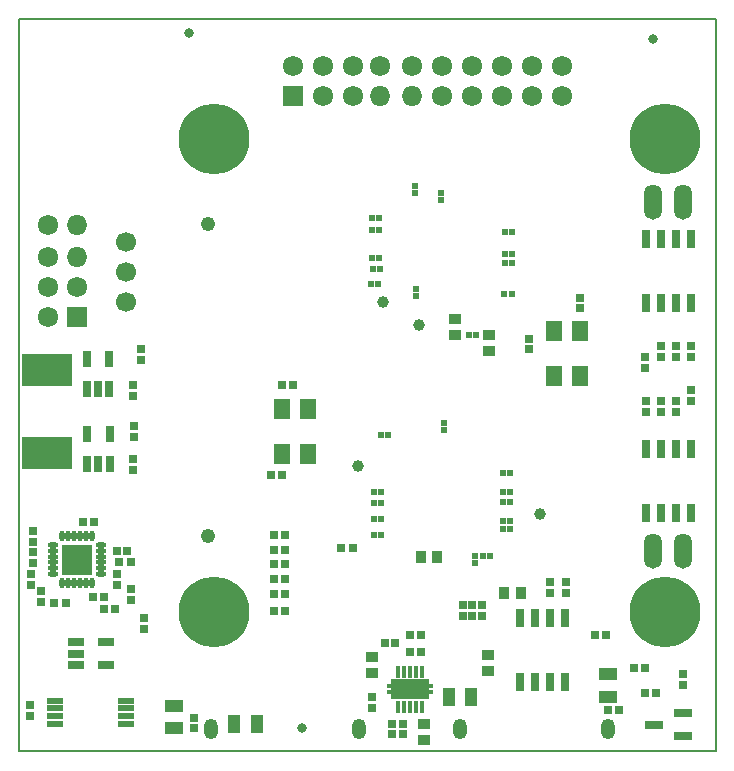
<source format=gbs>
G04 (created by PCBNEW (2013-03-19 BZR 4004)-stable) date 5/31/2013 11:48:04 AM*
%MOIN*%
G04 Gerber Fmt 3.4, Leading zero omitted, Abs format*
%FSLAX34Y34*%
G01*
G70*
G90*
G04 APERTURE LIST*
%ADD10C,0.006*%
%ADD11C,0.00787402*%
%ADD12C,0.0314961*%
%ADD13O,0.067874X0.067874*%
%ADD14C,0.067874*%
%ADD15R,0.067874X0.067874*%
%ADD16C,0.2362*%
%ADD17R,0.055074X0.021574*%
%ADD18R,0.055074X0.021674*%
%ADD19C,0.0393701*%
%ADD20R,0.0590551X0.0275591*%
%ADD21R,0.0291118X0.0645669*%
%ADD22O,0.0468504X0.0685039*%
%ADD23R,0.0551181X0.0669291*%
%ADD24R,0.062974X0.043274*%
%ADD25R,0.043274X0.062974*%
%ADD26R,0.0273X0.0253*%
%ADD27R,0.0253X0.0273*%
%ADD28R,0.0392X0.0353*%
%ADD29R,0.0353X0.0392*%
%ADD30R,0.0273X0.0273*%
%ADD31R,0.0212598X0.0212598*%
%ADD32R,0.031474X0.055074*%
%ADD33R,0.102362X0.102362*%
%ADD34O,0.017674X0.0354331*%
%ADD35O,0.0354331X0.017674*%
%ADD36R,0.047274X0.047274*%
%ADD37C,0.0487118*%
%ADD38R,0.055074X0.031474*%
%ADD39R,0.0275591X0.0181102*%
%ADD40R,0.0492126X0.0346457*%
%ADD41R,0.0169291X0.0393701*%
%ADD42R,0.125984X0.0708661*%
%ADD43R,0.165X0.105*%
%ADD44C,0.0669291*%
%ADD45O,0.06X0.1179*%
G04 APERTURE END LIST*
G54D10*
G54D11*
X43307Y-26771D02*
X43307Y-51181D01*
X66535Y-26771D02*
X43307Y-26771D01*
X66535Y-51181D02*
X43307Y-51181D01*
X66535Y-51181D02*
X66535Y-26771D01*
G54D12*
X48976Y-27244D03*
X52755Y-50393D03*
X64468Y-27421D03*
G54D13*
X45255Y-33633D03*
G54D14*
X44271Y-33633D03*
G54D15*
X45255Y-36688D03*
G54D14*
X44271Y-36688D03*
X44271Y-34704D03*
G54D13*
X45255Y-34704D03*
G54D14*
X44271Y-35688D03*
X45255Y-35688D03*
G54D16*
X49803Y-30771D03*
X64842Y-30771D03*
G54D17*
X44516Y-50260D03*
G54D18*
X44515Y-50004D03*
X44515Y-49748D03*
X44515Y-49492D03*
G54D17*
X46878Y-50260D03*
G54D18*
X46878Y-50004D03*
X46878Y-49748D03*
X46878Y-49492D03*
G54D19*
X54610Y-41657D03*
X56649Y-36972D03*
X60673Y-43263D03*
X55460Y-36216D03*
G54D20*
X65444Y-49911D03*
X65444Y-50659D03*
X64476Y-50285D03*
G54D21*
X64210Y-34098D03*
X64710Y-34098D03*
X65210Y-34098D03*
X65710Y-34098D03*
X65710Y-36224D03*
X65210Y-36224D03*
X64710Y-36224D03*
X64210Y-36224D03*
X61533Y-48854D03*
X61033Y-48854D03*
X60533Y-48854D03*
X60033Y-48854D03*
X60033Y-46728D03*
X60533Y-46728D03*
X61033Y-46728D03*
X61533Y-46728D03*
G54D22*
X58011Y-50423D03*
X62952Y-50423D03*
X49704Y-50423D03*
X54645Y-50423D03*
G54D23*
X62007Y-38673D03*
X62007Y-37177D03*
X61141Y-37177D03*
X61141Y-38673D03*
X52078Y-39767D03*
X52078Y-41263D03*
X52944Y-41263D03*
X52944Y-39767D03*
G54D24*
X48500Y-49664D03*
X48500Y-50414D03*
G54D25*
X58386Y-49370D03*
X57636Y-49370D03*
G54D24*
X62952Y-48601D03*
X62952Y-49351D03*
G54D25*
X50491Y-50275D03*
X51241Y-50275D03*
G54D26*
X55078Y-49732D03*
X55078Y-49362D03*
G54D27*
X56358Y-47866D03*
X56728Y-47866D03*
X56728Y-47299D03*
X56358Y-47299D03*
G54D26*
X61535Y-45893D03*
X61535Y-45523D03*
X65206Y-37659D03*
X65206Y-38029D03*
X65708Y-37659D03*
X65708Y-38029D03*
X64714Y-37659D03*
X64714Y-38029D03*
X58425Y-46681D03*
X58425Y-46311D03*
G54D27*
X54066Y-44409D03*
X54436Y-44409D03*
G54D26*
X47047Y-46129D03*
X47047Y-45759D03*
X43799Y-44519D03*
X43799Y-44889D03*
G54D27*
X46149Y-46043D03*
X45779Y-46043D03*
G54D26*
X44035Y-46188D03*
X44035Y-45818D03*
G54D27*
X44870Y-46240D03*
X44500Y-46240D03*
X46157Y-46437D03*
X46527Y-46437D03*
G54D26*
X43669Y-50003D03*
X43669Y-49633D03*
G54D27*
X52173Y-46515D03*
X51803Y-46515D03*
X52173Y-43976D03*
X51803Y-43976D03*
G54D26*
X47122Y-39330D03*
X47122Y-38960D03*
X47133Y-41787D03*
X47133Y-41417D03*
X47145Y-40708D03*
X47145Y-40338D03*
X47397Y-38125D03*
X47397Y-37755D03*
G54D27*
X46665Y-44881D03*
X47035Y-44881D03*
G54D26*
X65452Y-48964D03*
X65452Y-48594D03*
G54D27*
X64543Y-49236D03*
X64173Y-49236D03*
X64181Y-48405D03*
X63811Y-48405D03*
X62901Y-47283D03*
X62531Y-47283D03*
G54D26*
X61023Y-45893D03*
X61023Y-45523D03*
X58740Y-46681D03*
X58740Y-46311D03*
X64704Y-39858D03*
X64704Y-39488D03*
X65212Y-39858D03*
X65212Y-39488D03*
X64208Y-39858D03*
X64208Y-39488D03*
X58110Y-46681D03*
X58110Y-46311D03*
G54D28*
X58937Y-48503D03*
X58937Y-47952D03*
X56830Y-50255D03*
X56830Y-50807D03*
G54D29*
X57267Y-44700D03*
X56716Y-44700D03*
G54D28*
X57862Y-36751D03*
X57862Y-37303D03*
X58976Y-37283D03*
X58976Y-37834D03*
G54D30*
X43720Y-45275D03*
X43720Y-45629D03*
X43799Y-44192D03*
X43799Y-43838D03*
X65716Y-39484D03*
X65716Y-39130D03*
X45452Y-43523D03*
X45806Y-43523D03*
X49153Y-50059D03*
X49153Y-50413D03*
X46574Y-44488D03*
X46928Y-44488D03*
X64192Y-38031D03*
X64192Y-38385D03*
X46574Y-45275D03*
X46574Y-45629D03*
X47480Y-47086D03*
X47480Y-46732D03*
X56122Y-50256D03*
X56122Y-50610D03*
X63306Y-49803D03*
X62952Y-49803D03*
X55767Y-50256D03*
X55767Y-50610D03*
X55865Y-47559D03*
X55511Y-47559D03*
G54D31*
X59448Y-41889D03*
X59685Y-41889D03*
X59527Y-33858D03*
X59763Y-33858D03*
X55393Y-42519D03*
X55157Y-42519D03*
X55326Y-34736D03*
X55090Y-34736D03*
X59448Y-43484D03*
X59685Y-43484D03*
X55314Y-33799D03*
X55078Y-33799D03*
X55354Y-35090D03*
X55118Y-35090D03*
X55629Y-40629D03*
X55393Y-40629D03*
X56515Y-32555D03*
X56515Y-32318D03*
X59448Y-43779D03*
X59685Y-43779D03*
X59500Y-35929D03*
X59736Y-35929D03*
X55275Y-35590D03*
X55039Y-35590D03*
X55393Y-43425D03*
X55157Y-43425D03*
X58559Y-37283D03*
X58322Y-37283D03*
X58503Y-44665D03*
X58503Y-44901D03*
X58771Y-44665D03*
X59007Y-44665D03*
X55314Y-33415D03*
X55078Y-33415D03*
X55393Y-42913D03*
X55157Y-42913D03*
X57393Y-32807D03*
X57393Y-32570D03*
X59448Y-42874D03*
X59685Y-42874D03*
X59503Y-34893D03*
X59740Y-34893D03*
X59448Y-42519D03*
X59685Y-42519D03*
X57480Y-40472D03*
X57480Y-40236D03*
X59503Y-34590D03*
X59740Y-34590D03*
X55393Y-43976D03*
X55157Y-43976D03*
X56564Y-35767D03*
X56564Y-36003D03*
G54D16*
X64842Y-46523D03*
X49803Y-46523D03*
G54D32*
X46335Y-41610D03*
X45585Y-41610D03*
X46335Y-40610D03*
X45960Y-41610D03*
X45585Y-40610D03*
X46327Y-39090D03*
X45577Y-39090D03*
X46327Y-38090D03*
X45952Y-39090D03*
X45577Y-38090D03*
G54D27*
X52173Y-44921D03*
X51803Y-44921D03*
X52173Y-45433D03*
X51803Y-45433D03*
X52173Y-44468D03*
X51803Y-44468D03*
X52173Y-45944D03*
X51803Y-45944D03*
G54D33*
X45255Y-44783D03*
G54D34*
X45747Y-45570D03*
X45550Y-45570D03*
X45353Y-45570D03*
X45157Y-45570D03*
X44960Y-45570D03*
X44763Y-45570D03*
G54D35*
X44468Y-45275D03*
X44468Y-45078D03*
X44468Y-44881D03*
X44468Y-44685D03*
X44468Y-44488D03*
X44468Y-44291D03*
G54D34*
X44763Y-43996D03*
X44960Y-43996D03*
X45157Y-43996D03*
X45353Y-43996D03*
X45550Y-43996D03*
X45747Y-43996D03*
G54D35*
X46042Y-44291D03*
X46042Y-44488D03*
X46042Y-44685D03*
X46042Y-44881D03*
X46042Y-45078D03*
X46042Y-45275D03*
G54D36*
X45019Y-44547D03*
X45019Y-45019D03*
X45491Y-44547D03*
X45491Y-45019D03*
G54D21*
X65710Y-43236D03*
X65210Y-43236D03*
X64710Y-43236D03*
X64210Y-43236D03*
X64210Y-41110D03*
X64710Y-41110D03*
X65210Y-41110D03*
X65710Y-41110D03*
G54D37*
X49606Y-44000D03*
X49606Y-33606D03*
G54D28*
X55078Y-48582D03*
X55078Y-48031D03*
G54D29*
X60039Y-45905D03*
X59488Y-45905D03*
G54D30*
X52086Y-38956D03*
X52440Y-38956D03*
X60303Y-37417D03*
X60303Y-37771D03*
X62011Y-36055D03*
X62011Y-36409D03*
X51732Y-41968D03*
X52086Y-41968D03*
G54D38*
X45208Y-48296D03*
X45208Y-47546D03*
X46208Y-48296D03*
X45208Y-47921D03*
X46208Y-47546D03*
G54D39*
X57000Y-49212D03*
X57000Y-49015D03*
X55716Y-49015D03*
X55716Y-49212D03*
G54D40*
X56614Y-48956D03*
X56102Y-48956D03*
X56102Y-49271D03*
X56614Y-49271D03*
G54D41*
X55964Y-48533D03*
X55964Y-49694D03*
X56751Y-48533D03*
X56555Y-48533D03*
X56358Y-48533D03*
X56161Y-48533D03*
X56161Y-49694D03*
X56358Y-49694D03*
X56555Y-49694D03*
X56751Y-49694D03*
G54D42*
X56358Y-49114D03*
G54D43*
X44238Y-41218D03*
X44238Y-38466D03*
G54D44*
X46889Y-35196D03*
X46889Y-34196D03*
X46889Y-36196D03*
G54D45*
X64460Y-44488D03*
X65459Y-44488D03*
X65460Y-32874D03*
X64461Y-32874D03*
G54D14*
X53437Y-29318D03*
X53437Y-28318D03*
G54D15*
X52437Y-29318D03*
G54D14*
X52437Y-28318D03*
X54437Y-28318D03*
X54437Y-29318D03*
X61421Y-28318D03*
X59421Y-28318D03*
X60421Y-28318D03*
X60421Y-29318D03*
X59421Y-29318D03*
X58421Y-29318D03*
G54D13*
X55366Y-29318D03*
G54D14*
X55366Y-28318D03*
X61421Y-29318D03*
X58421Y-28318D03*
X56429Y-28318D03*
G54D13*
X56429Y-29318D03*
G54D14*
X57429Y-28318D03*
X57429Y-29318D03*
M02*

</source>
